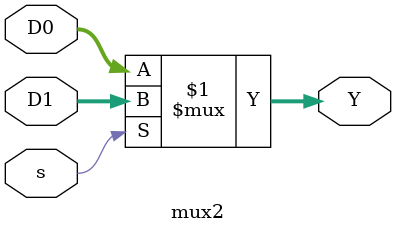
<source format=v>

module regfile(output wire [7:0]  RD1, RD2,     //datos leidos
               input  wire        clk,          // Señal de reloj
               input  wire        we3,          //señal de habilitación de escritura
               input  wire [3:0]  RA1, RA2, WA3,//direcciones de regs leidos y reg a escribir
               input  wire [7:0]  WD3);         //dato a escribir

  reg [7:0] RegBank[0:15]; //memoria de 32 registros de 8 bits de ancho

  initial
  begin
    $readmemb("regfile.dat",RegBank); // inicializa los registros a valores conocidos
  end  
  
  // El registro 0 siempre es cero
  // se leen dos reg combinacionalmente
  // y la escritura del tercero ocurre en flanco de subida del reloj
  always @(posedge clk)
    if (we3) RegBank[WA3] <= WD3;
  
  assign RD1 = (RA1 != 0) ? RegBank[RA1] : 0;
  assign RD2 = (RA2 != 0) ? RegBank[RA2] : 0;
endmodule

// Sumador simple
module sum(output wire [9:0] Y,     // Salida del sumador
           input  wire [9:0] A, B); // Operandos de la suma

  assign Y = A + B;
endmodule

// Registro de tamaño configurable para modelar el PC. Cambia en cada flanco de subida de reloj o de reset
module registro #(parameter WIDTH = 8)
              (output reg  [WIDTH-1:0] Q,           // Salida del registro
               input  wire             clk, reset,  // Señales de reloj y reseteo
               input  wire [WIDTH-1:0] D);          // Entrada al registro

  always @(posedge clk, posedge reset)
    if (reset) Q <= 0;
    else       Q <= D;
endmodule

// Multiplexor de dos entradas y una salida, de tamaño configurable. Si la señal de selección "s" vale 1, se pone el valor de d1 en la salida; d0 si vale 0
module mux2 #(parameter WIDTH = 8)
             (output wire [WIDTH-1:0] Y,      // Salida del multiplexor
              input  wire [WIDTH-1:0] D0, D1, // Entradas del multiplexor
              input  wire             s);     // Selección

  assign Y = s ? D1 : D0; 
endmodule

</source>
